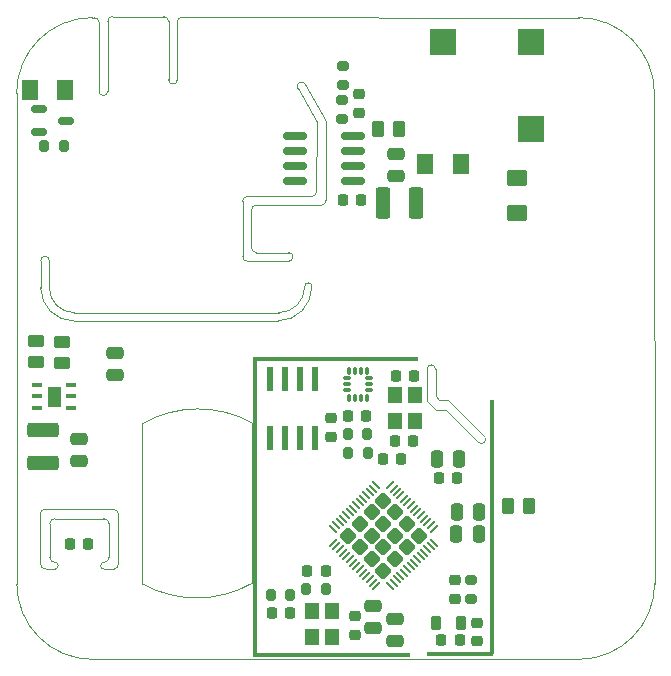
<source format=gbr>
%TF.GenerationSoftware,KiCad,Pcbnew,7.0.1*%
%TF.CreationDate,2023-04-03T11:39:16+02:00*%
%TF.ProjectId,smart_power_socket-54x54x1.6mm_3Cu,736d6172-745f-4706-9f77-65725f736f63,rev?*%
%TF.SameCoordinates,Original*%
%TF.FileFunction,Paste,Top*%
%TF.FilePolarity,Positive*%
%FSLAX46Y46*%
G04 Gerber Fmt 4.6, Leading zero omitted, Abs format (unit mm)*
G04 Created by KiCad (PCBNEW 7.0.1) date 2023-04-03 11:39:16*
%MOMM*%
%LPD*%
G01*
G04 APERTURE LIST*
G04 Aperture macros list*
%AMRoundRect*
0 Rectangle with rounded corners*
0 $1 Rounding radius*
0 $2 $3 $4 $5 $6 $7 $8 $9 X,Y pos of 4 corners*
0 Add a 4 corners polygon primitive as box body*
4,1,4,$2,$3,$4,$5,$6,$7,$8,$9,$2,$3,0*
0 Add four circle primitives for the rounded corners*
1,1,$1+$1,$2,$3*
1,1,$1+$1,$4,$5*
1,1,$1+$1,$6,$7*
1,1,$1+$1,$8,$9*
0 Add four rect primitives between the rounded corners*
20,1,$1+$1,$2,$3,$4,$5,0*
20,1,$1+$1,$4,$5,$6,$7,0*
20,1,$1+$1,$6,$7,$8,$9,0*
20,1,$1+$1,$8,$9,$2,$3,0*%
G04 Aperture macros list end*
%ADD10C,0.010000*%
%ADD11RoundRect,0.218750X0.218750X0.381250X-0.218750X0.381250X-0.218750X-0.381250X0.218750X-0.381250X0*%
%ADD12RoundRect,0.200000X-0.200000X-0.275000X0.200000X-0.275000X0.200000X0.275000X-0.200000X0.275000X0*%
%ADD13RoundRect,0.250000X-0.450000X0.262500X-0.450000X-0.262500X0.450000X-0.262500X0.450000X0.262500X0*%
%ADD14RoundRect,0.225000X-0.250000X0.225000X-0.250000X-0.225000X0.250000X-0.225000X0.250000X0.225000X0*%
%ADD15RoundRect,0.250000X1.075000X-0.375000X1.075000X0.375000X-1.075000X0.375000X-1.075000X-0.375000X0*%
%ADD16RoundRect,0.250000X0.475000X-0.250000X0.475000X0.250000X-0.475000X0.250000X-0.475000X-0.250000X0*%
%ADD17RoundRect,0.200000X-0.275000X0.200000X-0.275000X-0.200000X0.275000X-0.200000X0.275000X0.200000X0*%
%ADD18RoundRect,0.150000X-0.512500X-0.150000X0.512500X-0.150000X0.512500X0.150000X-0.512500X0.150000X0*%
%ADD19RoundRect,0.225000X0.225000X0.250000X-0.225000X0.250000X-0.225000X-0.250000X0.225000X-0.250000X0*%
%ADD20RoundRect,0.200000X0.275000X-0.200000X0.275000X0.200000X-0.275000X0.200000X-0.275000X-0.200000X0*%
%ADD21RoundRect,0.250000X0.250000X0.475000X-0.250000X0.475000X-0.250000X-0.475000X0.250000X-0.475000X0*%
%ADD22RoundRect,0.250001X0.462499X0.624999X-0.462499X0.624999X-0.462499X-0.624999X0.462499X-0.624999X0*%
%ADD23RoundRect,0.250000X0.450000X-0.262500X0.450000X0.262500X-0.450000X0.262500X-0.450000X-0.262500X0*%
%ADD24R,0.840000X0.420000*%
%ADD25RoundRect,0.225000X-0.225000X-0.250000X0.225000X-0.250000X0.225000X0.250000X-0.225000X0.250000X0*%
%ADD26RoundRect,0.225000X0.250000X-0.225000X0.250000X0.225000X-0.250000X0.225000X-0.250000X-0.225000X0*%
%ADD27RoundRect,0.250001X-0.624999X0.462499X-0.624999X-0.462499X0.624999X-0.462499X0.624999X0.462499X0*%
%ADD28RoundRect,0.150000X-0.825000X-0.150000X0.825000X-0.150000X0.825000X0.150000X-0.825000X0.150000X0*%
%ADD29R,1.200000X1.400000*%
%ADD30RoundRect,0.041300X-0.253700X0.948700X-0.253700X-0.948700X0.253700X-0.948700X0.253700X0.948700X0*%
%ADD31RoundRect,0.250000X0.445477X0.000000X0.000000X0.445477X-0.445477X0.000000X0.000000X-0.445477X0*%
%ADD32RoundRect,0.050000X0.309359X-0.238649X-0.238649X0.309359X-0.309359X0.238649X0.238649X-0.309359X0*%
%ADD33RoundRect,0.050000X0.309359X0.238649X0.238649X0.309359X-0.309359X-0.238649X-0.238649X-0.309359X0*%
%ADD34RoundRect,0.250000X0.262500X0.450000X-0.262500X0.450000X-0.262500X-0.450000X0.262500X-0.450000X0*%
%ADD35R,0.400000X21.500000*%
%ADD36R,0.400000X25.400000*%
%ADD37R,2.195000X2.195000*%
%ADD38RoundRect,0.250000X0.375000X1.075000X-0.375000X1.075000X-0.375000X-1.075000X0.375000X-1.075000X0*%
%ADD39R,14.000000X0.400000*%
%ADD40R,5.700000X0.400000*%
%ADD41RoundRect,0.250000X-0.250000X-0.475000X0.250000X-0.475000X0.250000X0.475000X-0.250000X0.475000X0*%
%ADD42RoundRect,0.087500X-0.087500X0.225000X-0.087500X-0.225000X0.087500X-0.225000X0.087500X0.225000X0*%
%ADD43RoundRect,0.087500X-0.225000X0.087500X-0.225000X-0.087500X0.225000X-0.087500X0.225000X0.087500X0*%
%ADD44R,13.300000X0.400000*%
%TA.AperFunction,Profile*%
%ADD45C,0.100000*%
%TD*%
G04 APERTURE END LIST*
%TO.C,AU1*%
D10*
X117675890Y-102932569D02*
X116663958Y-102932569D01*
X116663958Y-101351431D01*
X117675890Y-101351431D01*
X117675890Y-102932569D01*
G36*
X117675890Y-102932569D02*
G01*
X116663958Y-102932569D01*
X116663958Y-101351431D01*
X117675890Y-101351431D01*
X117675890Y-102932569D01*
G37*
%TD*%
D11*
%TO.C,L1*%
X151640000Y-121300000D03*
X149515000Y-121300000D03*
%TD*%
D12*
%TO.C,ER2*%
X138574924Y-118422000D03*
X140224924Y-118422000D03*
%TD*%
D13*
%TO.C,AR1*%
X117849924Y-97509500D03*
X117849924Y-99334500D03*
%TD*%
D14*
%TO.C,EC15*%
X142670000Y-120765000D03*
X142670000Y-122315000D03*
%TD*%
D15*
%TO.C,AL1*%
X116259924Y-107830000D03*
X116259924Y-105030000D03*
%TD*%
D16*
%TO.C,AC1*%
X119320000Y-107650000D03*
X119320000Y-105750000D03*
%TD*%
D17*
%TO.C,ER5*%
X141629924Y-74172000D03*
X141629924Y-75822000D03*
%TD*%
D18*
%TO.C,RQ1*%
X115952500Y-77850000D03*
X115952500Y-79750000D03*
X118227500Y-78800000D03*
%TD*%
D19*
%TO.C,EC19*%
X143214924Y-85547000D03*
X141664924Y-85547000D03*
%TD*%
%TO.C,ATH20_C1*%
X120120000Y-114650000D03*
X118570000Y-114650000D03*
%TD*%
D20*
%TO.C,ER1*%
X152529924Y-119337000D03*
X152529924Y-117687000D03*
%TD*%
D21*
%TO.C,EC3*%
X153199924Y-111902000D03*
X151299924Y-111902000D03*
%TD*%
D20*
%TO.C,ER4*%
X141599924Y-78672000D03*
X141599924Y-77022000D03*
%TD*%
D19*
%TO.C,IMUC1*%
X143654924Y-103812000D03*
X142104924Y-103812000D03*
%TD*%
D22*
%TO.C,HLD1*%
X151617424Y-82492000D03*
X148642424Y-82492000D03*
%TD*%
D23*
%TO.C,AR2*%
X115670000Y-99272500D03*
X115670000Y-97447500D03*
%TD*%
D24*
%TO.C,AU1*%
X115734924Y-101192000D03*
X115734924Y-102142000D03*
X115734924Y-103092000D03*
X118604924Y-103092000D03*
X118604924Y-102142000D03*
X118604924Y-101192000D03*
%TD*%
D25*
%TO.C,EC10*%
X149995000Y-122810000D03*
X151545000Y-122810000D03*
%TD*%
D26*
%TO.C,EC1*%
X151159924Y-119277000D03*
X151159924Y-117727000D03*
%TD*%
%TO.C,AUC1*%
X140689924Y-105547000D03*
X140689924Y-103997000D03*
%TD*%
D27*
%TO.C,PWR_FUSE1*%
X156370000Y-83650000D03*
X156370000Y-86625000D03*
%TD*%
D28*
%TO.C,ACS1*%
X137604924Y-80132000D03*
X137604924Y-81402000D03*
X137604924Y-82672000D03*
X137604924Y-83942000D03*
X142554924Y-83942000D03*
X142554924Y-82672000D03*
X142554924Y-81402000D03*
X142554924Y-80132000D03*
%TD*%
D29*
%TO.C,ECY1*%
X146089924Y-102062000D03*
X146089924Y-104262000D03*
X147789924Y-104262000D03*
X147789924Y-102062000D03*
%TD*%
D16*
%TO.C,EC4*%
X144210000Y-121800000D03*
X144210000Y-119900000D03*
%TD*%
%TO.C,HLC1*%
X146189924Y-83532000D03*
X146189924Y-81632000D03*
%TD*%
D29*
%TO.C,ECY2*%
X140759924Y-122512000D03*
X140759924Y-120312000D03*
X139059924Y-120312000D03*
X139059924Y-122512000D03*
%TD*%
D12*
%TO.C,RR1*%
X116395000Y-80990000D03*
X118045000Y-80990000D03*
%TD*%
D14*
%TO.C,EC18*%
X143039924Y-76582000D03*
X143039924Y-78132000D03*
%TD*%
D22*
%TO.C,HLD3*%
X118145000Y-76180000D03*
X115170000Y-76180000D03*
%TD*%
D30*
%TO.C,U1*%
X139284924Y-100719500D03*
X138014924Y-100719500D03*
X136744924Y-100719500D03*
X135474924Y-100719500D03*
X135474924Y-105659500D03*
X136744924Y-105659500D03*
X138014924Y-105659500D03*
X139284924Y-105659500D03*
%TD*%
D19*
%TO.C,EC17*%
X137200000Y-120480000D03*
X135650000Y-120480000D03*
%TD*%
D31*
%TO.C,ESP32S1*%
X145094924Y-116916899D03*
X146084873Y-115926950D03*
X147074823Y-114937000D03*
X148064772Y-113947051D03*
X144104975Y-115926950D03*
X145094924Y-114937000D03*
X146084873Y-113947051D03*
X147074823Y-112957102D03*
X143115025Y-114937000D03*
X144104975Y-113947051D03*
X145094924Y-112957102D03*
X146084873Y-111967152D03*
X142125076Y-113947051D03*
X143115025Y-112957102D03*
X144104975Y-111967152D03*
X145094924Y-110977203D03*
D32*
X145687126Y-118216208D03*
X145969969Y-117933365D03*
X146252811Y-117650523D03*
X146535654Y-117367680D03*
X146818497Y-117084837D03*
X147101339Y-116801995D03*
X147384182Y-116519152D03*
X147667025Y-116236309D03*
X147949868Y-115953466D03*
X148232710Y-115670624D03*
X148515553Y-115387781D03*
X148798396Y-115104938D03*
X149081238Y-114822096D03*
X149364081Y-114539253D03*
D33*
X149364081Y-113354849D03*
X149081238Y-113072006D03*
X148798396Y-112789164D03*
X148515553Y-112506321D03*
X148232710Y-112223478D03*
X147949868Y-111940636D03*
X147667025Y-111657793D03*
X147384182Y-111374950D03*
X147101339Y-111092107D03*
X146818497Y-110809265D03*
X146535654Y-110526422D03*
X146252811Y-110243579D03*
X145969969Y-109960737D03*
X145687126Y-109677894D03*
D32*
X144502722Y-109677894D03*
X144219879Y-109960737D03*
X143937037Y-110243579D03*
X143654194Y-110526422D03*
X143371351Y-110809265D03*
X143088509Y-111092107D03*
X142805666Y-111374950D03*
X142522823Y-111657793D03*
X142239980Y-111940636D03*
X141957138Y-112223478D03*
X141674295Y-112506321D03*
X141391452Y-112789164D03*
X141108610Y-113072006D03*
X140825767Y-113354849D03*
D33*
X140825767Y-114539253D03*
X141108610Y-114822096D03*
X141391452Y-115104938D03*
X141674295Y-115387781D03*
X141957138Y-115670624D03*
X142239980Y-115953466D03*
X142522823Y-116236309D03*
X142805666Y-116519152D03*
X143088509Y-116801995D03*
X143371351Y-117084837D03*
X143654194Y-117367680D03*
X143937037Y-117650523D03*
X144219879Y-117933365D03*
X144502722Y-118216208D03*
%TD*%
D12*
%TO.C,ER3*%
X135570000Y-119000000D03*
X137220000Y-119000000D03*
%TD*%
D34*
%TO.C,DS1*%
X157422424Y-111422000D03*
X155597424Y-111422000D03*
%TD*%
D19*
%TO.C,EC11*%
X140210000Y-116930000D03*
X138660000Y-116930000D03*
%TD*%
D14*
%TO.C,EC7*%
X153010000Y-121347000D03*
X153010000Y-122897000D03*
%TD*%
D16*
%TO.C,AC2*%
X122369924Y-100372000D03*
X122369924Y-98472000D03*
%TD*%
D35*
%TO.C,*%
X154280000Y-113210000D03*
%TD*%
D36*
%TO.C,*%
X134245000Y-111505000D03*
%TD*%
D16*
%TO.C,EC2*%
X146030000Y-122890000D03*
X146030000Y-120990000D03*
%TD*%
D37*
%TO.C,BZ1*%
X157574924Y-79547000D03*
X157574924Y-72147000D03*
X150174924Y-72147000D03*
%TD*%
D12*
%TO.C,IMR2*%
X142080000Y-105362000D03*
X143730000Y-105362000D03*
%TD*%
%TO.C,IMR1*%
X142124924Y-106982000D03*
X143774924Y-106982000D03*
%TD*%
D19*
%TO.C,EC13*%
X146584924Y-107422000D03*
X145034924Y-107422000D03*
%TD*%
D38*
%TO.C,HLL1*%
X147859924Y-85792000D03*
X145059924Y-85792000D03*
%TD*%
D25*
%TO.C,EC12*%
X146164924Y-100392000D03*
X147714924Y-100392000D03*
%TD*%
D34*
%TO.C,HLR2*%
X146432424Y-79482000D03*
X144607424Y-79482000D03*
%TD*%
D39*
%TO.C,REF\u002A\u002A*%
X141050000Y-98980000D03*
%TD*%
D40*
%TO.C,*%
X151615000Y-123965000D03*
%TD*%
D19*
%TO.C,EC14*%
X147604924Y-105962000D03*
X146054924Y-105962000D03*
%TD*%
D41*
%TO.C,EC16*%
X149589924Y-107422000D03*
X151489924Y-107422000D03*
%TD*%
D42*
%TO.C,U3*%
X143679924Y-99959500D03*
X143179924Y-99959500D03*
X142679924Y-99959500D03*
X142179924Y-99959500D03*
D43*
X142017424Y-100622000D03*
X142017424Y-101122000D03*
X142017424Y-101622000D03*
D42*
X142179924Y-102284500D03*
X142679924Y-102284500D03*
X143179924Y-102284500D03*
X143679924Y-102284500D03*
D43*
X143842424Y-101622000D03*
X143842424Y-101122000D03*
X143842424Y-100622000D03*
%TD*%
D44*
%TO.C,REF\u002A\u002A*%
X140715152Y-124004949D03*
%TD*%
D25*
%TO.C,EC8*%
X149794924Y-109102000D03*
X151344924Y-109102000D03*
%TD*%
D21*
%TO.C,EC5*%
X153159924Y-113772000D03*
X151259924Y-113772000D03*
%TD*%
D45*
X116034099Y-112111772D02*
X116052969Y-116354114D01*
X116053012Y-116354114D02*
G75*
G03*
X116483456Y-116764113I410688J214D01*
G01*
X122643533Y-112108968D02*
G75*
G03*
X122213106Y-111698969I-410133J368D01*
G01*
X133166963Y-90296963D02*
X133169024Y-85632061D01*
X149514022Y-102110000D02*
X149514022Y-99850000D01*
X133983518Y-104398103D02*
X133983518Y-117967975D01*
X138475031Y-75704054D02*
G75*
G03*
X137833206Y-76074610I-320931J-185246D01*
G01*
X121850193Y-112910000D02*
G75*
G03*
X121419756Y-112500002I-410293J200D01*
G01*
X118920000Y-95070000D02*
X136210000Y-95070000D01*
X133580000Y-90710000D02*
X137060000Y-90710871D01*
X114049965Y-118009947D02*
X114031486Y-76477000D01*
X139031575Y-92830000D02*
G75*
G03*
X138428425Y-92830000I-301575J0D01*
G01*
X124690000Y-104455063D02*
X124690000Y-118024935D01*
X117263698Y-112493958D02*
X121419756Y-112500001D01*
X116810000Y-92960000D02*
X116810000Y-90660000D01*
X116843168Y-115784446D02*
G75*
G03*
X117273699Y-116194445I410532J46D01*
G01*
X128063037Y-70017000D02*
G75*
G03*
X127650000Y-70430000I-37J-413000D01*
G01*
X153640000Y-105505978D02*
X151100000Y-102965978D01*
X122240273Y-116774315D02*
X121440275Y-116774758D01*
X133983533Y-104398077D02*
G75*
G03*
X124690000Y-104455064I-4596133J-8285823D01*
G01*
X150395978Y-103310000D02*
X153115978Y-106030000D01*
X137060000Y-90710809D02*
G75*
G03*
X137060000Y-89969791I0J370509D01*
G01*
X139007938Y-85220975D02*
G75*
G03*
X139420975Y-84807938I-38J413075D01*
G01*
X117273699Y-116768755D02*
G75*
G03*
X117273699Y-116194445I1J287155D01*
G01*
X150560000Y-102425978D02*
X149830000Y-102425978D01*
X134332062Y-85960000D02*
X139817938Y-85960975D01*
X126898920Y-75336963D02*
G75*
G03*
X127640000Y-75336963I370540J0D01*
G01*
X134332062Y-89980000D02*
X137060000Y-89969791D01*
X140230000Y-78840000D02*
X138475001Y-75704071D01*
X133582061Y-85219024D02*
G75*
G03*
X133169024Y-85632061I39J-413076D01*
G01*
X133919025Y-89566963D02*
X133919025Y-86373037D01*
X116810000Y-90660000D02*
G75*
G03*
X116068920Y-90660000I-370540J0D01*
G01*
X126903000Y-70403037D02*
G75*
G03*
X126490000Y-69990000I-413000J37D01*
G01*
X149514022Y-99850000D02*
G75*
G03*
X148772942Y-99850000I-370540J0D01*
G01*
X139420975Y-84807938D02*
X139440000Y-78900000D01*
X168031605Y-76476965D02*
G75*
G03*
X161631486Y-70076895I-6400005J65D01*
G01*
X139440000Y-78900000D02*
X137833206Y-76074610D01*
X120431556Y-70076930D02*
X120597938Y-70076930D01*
X136170000Y-95760833D02*
G75*
G03*
X139031574Y-92830000I-23700J2885533D01*
G01*
X122240273Y-116774368D02*
G75*
G03*
X122650272Y-116343828I127J410368D01*
G01*
X126490000Y-69990000D02*
X122160000Y-69990000D01*
X127650000Y-70430000D02*
X127640000Y-75336963D01*
X116810000Y-92960000D02*
G75*
G03*
X118920000Y-95070000I2110000J0D01*
G01*
X168050035Y-118009912D02*
X168031556Y-76476965D01*
X133167000Y-90296963D02*
G75*
G03*
X133580000Y-90710000I413000J-37D01*
G01*
X122649754Y-116343828D02*
X122643593Y-112108968D01*
X118880000Y-95760871D02*
X136170000Y-95760871D01*
X122160000Y-69989963D02*
G75*
G03*
X121746963Y-70403037I0J-413037D01*
G01*
X140230975Y-85547938D02*
X140230000Y-78840000D01*
X150395978Y-103310000D02*
X149520000Y-103307058D01*
X120431556Y-70076886D02*
G75*
G03*
X114031486Y-76477000I44J-6400114D01*
G01*
X116483456Y-116764113D02*
X117273699Y-116768716D01*
X148772942Y-102560000D02*
X149520000Y-103307058D01*
X128063037Y-70016963D02*
X161631486Y-70076895D01*
X116843212Y-115784446D02*
X116853699Y-112924445D01*
X136210000Y-95070029D02*
G75*
G03*
X138428425Y-92830000I0J2218529D01*
G01*
X117263698Y-112494005D02*
G75*
G03*
X116853700Y-112924445I-198J-410295D01*
G01*
X121005883Y-76300000D02*
G75*
G03*
X121746963Y-76300000I370540J0D01*
G01*
X151100000Y-102965978D02*
X150560000Y-102425978D01*
X133919100Y-89566963D02*
G75*
G03*
X134332062Y-89980000I413000J-37D01*
G01*
X134332062Y-85960025D02*
G75*
G03*
X133919025Y-86373037I-62J-412975D01*
G01*
X120450035Y-124410017D02*
X161649965Y-124409982D01*
X121440275Y-116200442D02*
G75*
G03*
X121440275Y-116774758I25J-287158D01*
G01*
X139007938Y-85220975D02*
X133582061Y-85219024D01*
X149830000Y-102425978D02*
X149514022Y-102110000D01*
X122213106Y-111698969D02*
X116444098Y-111681285D01*
X116444098Y-111681308D02*
G75*
G03*
X116034099Y-112111772I-98J-410392D01*
G01*
X121849756Y-115770000D02*
X121850243Y-112910000D01*
X148772942Y-99850000D02*
X148772942Y-102560000D01*
X121010975Y-70489967D02*
X121005883Y-76300000D01*
X121010970Y-70489967D02*
G75*
G03*
X120597938Y-70076930I-413070J-33D01*
G01*
X126903037Y-70403037D02*
X126898920Y-75336963D01*
X124690024Y-118024892D02*
G75*
G03*
X133983518Y-117967974I4596176J8285692D01*
G01*
X116069129Y-92950000D02*
X116068920Y-90660000D01*
X116069129Y-92950000D02*
G75*
G03*
X118880000Y-95760871I2810871J0D01*
G01*
X114049983Y-118009947D02*
G75*
G03*
X120450035Y-124410017I6400217J147D01*
G01*
X139817938Y-85960975D02*
G75*
G03*
X140230975Y-85547938I-38J413075D01*
G01*
X161649965Y-124410035D02*
G75*
G03*
X168050035Y-118009912I-65J6400135D01*
G01*
X121440275Y-116200461D02*
G75*
G03*
X121850273Y-115770000I25J410461D01*
G01*
X153115978Y-106030000D02*
G75*
G03*
X153640000Y-105505978I262011J262011D01*
G01*
X121746963Y-70403037D02*
X121746963Y-76300000D01*
M02*

</source>
